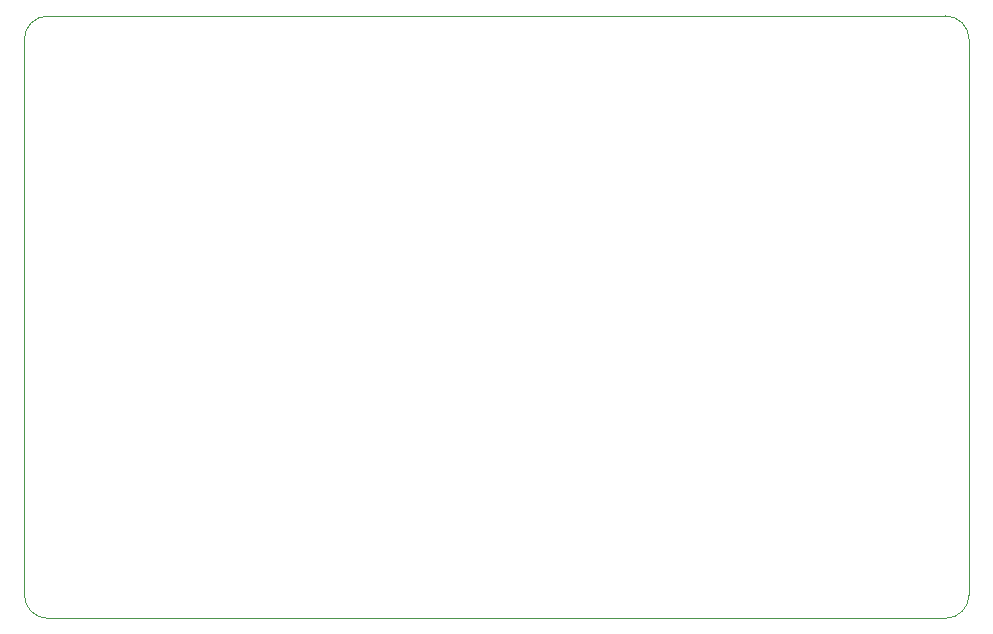
<source format=gko>
G04*
G04 #@! TF.GenerationSoftware,Altium Limited,Altium Designer,23.9.2 (47)*
G04*
G04 Layer_Color=16711935*
%FSLAX43Y43*%
%MOMM*%
G71*
G04*
G04 #@! TF.SameCoordinates,DD1DA4F9-BAAB-46B1-B849-2321CEA9ED03*
G04*
G04*
G04 #@! TF.FilePolarity,Positive*
G04*
G01*
G75*
%ADD12C,0.100*%
D12*
X0Y2000D02*
G03*
X2000Y-0I2000J-0D01*
G01*
X78000Y0D02*
G03*
X80000Y2000I0J2000D01*
G01*
Y49000D02*
G03*
X78000Y51000I-2000J0D01*
G01*
X2000Y51000D02*
G03*
X0Y49000I0J-2000D01*
G01*
X80000Y2000D02*
X80000Y49000D01*
X2000Y-0D02*
X78000D01*
X2000Y51000D02*
X78000Y51000D01*
X-0Y49000D02*
X-0Y2000D01*
M02*

</source>
